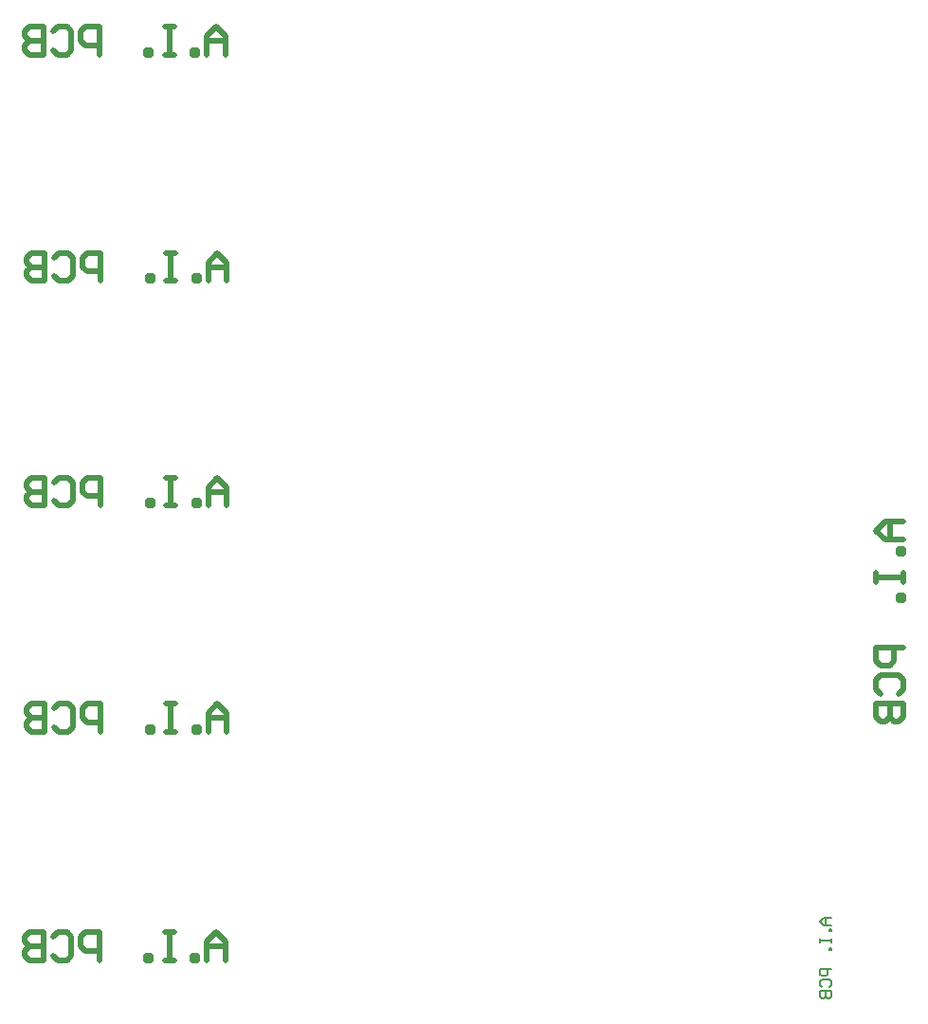
<source format=gbo>
G04 Layer_Color=32896*
%FSLAX25Y25*%
%MOIN*%
G70*
G01*
G75*
%ADD29C,0.00787*%
%ADD38C,0.01968*%
D29*
X322500Y59937D02*
X319876D01*
X318564Y58625D01*
X319876Y57313D01*
X322500D01*
X320532D01*
Y59937D01*
X322500Y56001D02*
X321844D01*
Y55345D01*
X322500D01*
Y56001D01*
X318564Y52722D02*
Y51410D01*
Y52065D01*
X322500D01*
Y52722D01*
Y51410D01*
Y49442D02*
X321844D01*
Y48786D01*
X322500D01*
Y49442D01*
Y42226D02*
X318564D01*
Y40258D01*
X319220Y39602D01*
X320532D01*
X321188Y40258D01*
Y42226D01*
X319220Y35667D02*
X318564Y36323D01*
Y37635D01*
X319220Y38290D01*
X321844D01*
X322500Y37635D01*
Y36323D01*
X321844Y35667D01*
X318564Y34355D02*
X322500D01*
Y32387D01*
X321844Y31731D01*
X321188D01*
X320532Y32387D01*
Y34355D01*
Y32387D01*
X319876Y31731D01*
X319220D01*
X318564Y32387D01*
Y34355D01*
D38*
X348000Y199500D02*
X341440D01*
X338161Y196220D01*
X341440Y192940D01*
X348000D01*
X343080D01*
Y199500D01*
X348000Y189661D02*
X346360D01*
Y188021D01*
X348000D01*
Y189661D01*
X338161Y181461D02*
Y178181D01*
Y179821D01*
X348000D01*
Y181461D01*
Y178181D01*
Y173262D02*
X346360D01*
Y171622D01*
X348000D01*
Y173262D01*
Y155223D02*
X338161D01*
Y150303D01*
X339801Y148663D01*
X343080D01*
X344720Y150303D01*
Y155223D01*
X339801Y138824D02*
X338161Y140464D01*
Y143744D01*
X339801Y145384D01*
X346360D01*
X348000Y143744D01*
Y140464D01*
X346360Y138824D01*
X338161Y135544D02*
X348000D01*
Y130625D01*
X346360Y128985D01*
X344720D01*
X343080Y130625D01*
Y135544D01*
Y130625D01*
X341440Y128985D01*
X339801D01*
X338161Y130625D01*
Y135544D01*
X110000Y125500D02*
Y132060D01*
X106720Y135339D01*
X103440Y132060D01*
Y125500D01*
Y130420D01*
X110000D01*
X100161Y125500D02*
Y127140D01*
X98521D01*
Y125500D01*
X100161D01*
X91961Y135339D02*
X88681D01*
X90321D01*
Y125500D01*
X91961D01*
X88681D01*
X83762D02*
Y127140D01*
X82122D01*
Y125500D01*
X83762D01*
X65723D02*
Y135339D01*
X60803D01*
X59163Y133700D01*
Y130420D01*
X60803Y128780D01*
X65723D01*
X49324Y133700D02*
X50964Y135339D01*
X54244D01*
X55884Y133700D01*
Y127140D01*
X54244Y125500D01*
X50964D01*
X49324Y127140D01*
X46044Y135339D02*
Y125500D01*
X41125D01*
X39485Y127140D01*
Y128780D01*
X41125Y130420D01*
X46044D01*
X41125D01*
X39485Y132060D01*
Y133700D01*
X41125Y135339D01*
X46044D01*
X110000Y205000D02*
Y211560D01*
X106720Y214839D01*
X103440Y211560D01*
Y205000D01*
Y209920D01*
X110000D01*
X100161Y205000D02*
Y206640D01*
X98521D01*
Y205000D01*
X100161D01*
X91961Y214839D02*
X88681D01*
X90321D01*
Y205000D01*
X91961D01*
X88681D01*
X83762D02*
Y206640D01*
X82122D01*
Y205000D01*
X83762D01*
X65723D02*
Y214839D01*
X60803D01*
X59163Y213199D01*
Y209920D01*
X60803Y208280D01*
X65723D01*
X49324Y213199D02*
X50964Y214839D01*
X54244D01*
X55884Y213199D01*
Y206640D01*
X54244Y205000D01*
X50964D01*
X49324Y206640D01*
X46044Y214839D02*
Y205000D01*
X41125D01*
X39485Y206640D01*
Y208280D01*
X41125Y209920D01*
X46044D01*
X41125D01*
X39485Y211560D01*
Y213199D01*
X41125Y214839D01*
X46044D01*
X110000Y284000D02*
Y290560D01*
X106720Y293839D01*
X103440Y290560D01*
Y284000D01*
Y288920D01*
X110000D01*
X100161Y284000D02*
Y285640D01*
X98521D01*
Y284000D01*
X100161D01*
X91961Y293839D02*
X88681D01*
X90321D01*
Y284000D01*
X91961D01*
X88681D01*
X83762D02*
Y285640D01*
X82122D01*
Y284000D01*
X83762D01*
X65723D02*
Y293839D01*
X60803D01*
X59163Y292199D01*
Y288920D01*
X60803Y287280D01*
X65723D01*
X49324Y292199D02*
X50964Y293839D01*
X54244D01*
X55884Y292199D01*
Y285640D01*
X54244Y284000D01*
X50964D01*
X49324Y285640D01*
X46044Y293839D02*
Y284000D01*
X41125D01*
X39485Y285640D01*
Y287280D01*
X41125Y288920D01*
X46044D01*
X41125D01*
X39485Y290560D01*
Y292199D01*
X41125Y293839D01*
X46044D01*
X109500Y363500D02*
Y370060D01*
X106220Y373339D01*
X102940Y370060D01*
Y363500D01*
Y368420D01*
X109500D01*
X99661Y363500D02*
Y365140D01*
X98021D01*
Y363500D01*
X99661D01*
X91461Y373339D02*
X88181D01*
X89821D01*
Y363500D01*
X91461D01*
X88181D01*
X83262D02*
Y365140D01*
X81622D01*
Y363500D01*
X83262D01*
X65223D02*
Y373339D01*
X60303D01*
X58663Y371699D01*
Y368420D01*
X60303Y366780D01*
X65223D01*
X48824Y371699D02*
X50464Y373339D01*
X53744D01*
X55384Y371699D01*
Y365140D01*
X53744Y363500D01*
X50464D01*
X48824Y365140D01*
X45544Y373339D02*
Y363500D01*
X40625D01*
X38985Y365140D01*
Y366780D01*
X40625Y368420D01*
X45544D01*
X40625D01*
X38985Y370060D01*
Y371699D01*
X40625Y373339D01*
X45544D01*
X109500Y45228D02*
Y51788D01*
X106220Y55068D01*
X102940Y51788D01*
Y45228D01*
Y50148D01*
X109500D01*
X99661Y45228D02*
Y46868D01*
X98021D01*
Y45228D01*
X99661D01*
X91461Y55068D02*
X88181D01*
X89821D01*
Y45228D01*
X91461D01*
X88181D01*
X83262D02*
Y46868D01*
X81622D01*
Y45228D01*
X83262D01*
X65223D02*
Y55068D01*
X60303D01*
X58663Y53428D01*
Y50148D01*
X60303Y48508D01*
X65223D01*
X48824Y53428D02*
X50464Y55068D01*
X53744D01*
X55384Y53428D01*
Y46868D01*
X53744Y45228D01*
X50464D01*
X48824Y46868D01*
X45544Y55068D02*
Y45228D01*
X40625D01*
X38985Y46868D01*
Y48508D01*
X40625Y50148D01*
X45544D01*
X40625D01*
X38985Y51788D01*
Y53428D01*
X40625Y55068D01*
X45544D01*
M02*

</source>
